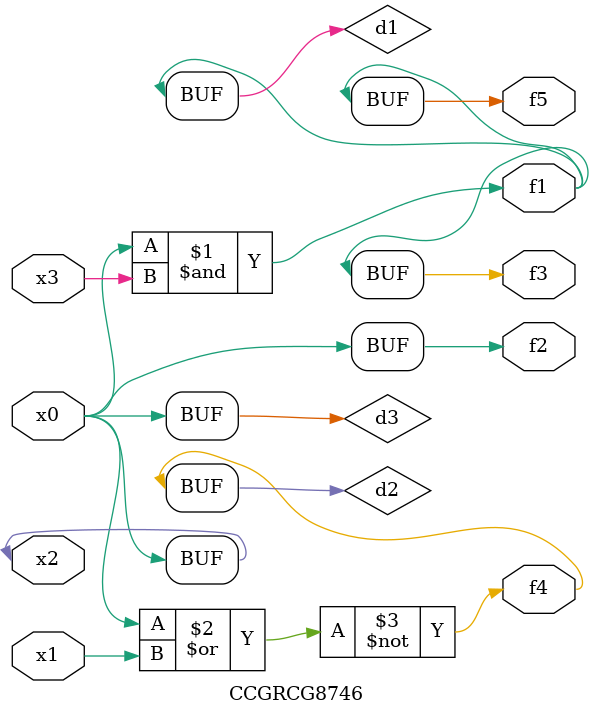
<source format=v>
module CCGRCG8746(
	input x0, x1, x2, x3,
	output f1, f2, f3, f4, f5
);

	wire d1, d2, d3;

	and (d1, x2, x3);
	nor (d2, x0, x1);
	buf (d3, x0, x2);
	assign f1 = d1;
	assign f2 = d3;
	assign f3 = d1;
	assign f4 = d2;
	assign f5 = d1;
endmodule

</source>
